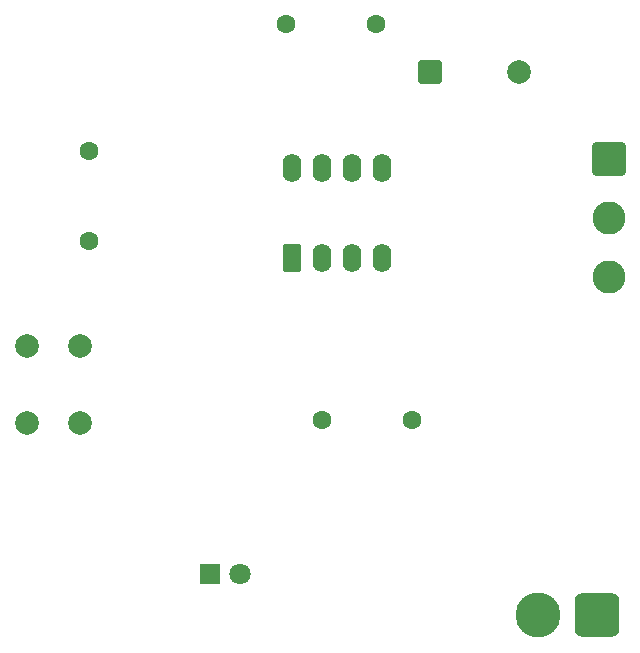
<source format=gbr>
%TF.GenerationSoftware,KiCad,Pcbnew,9.0.5*%
%TF.CreationDate,2025-10-25T15:36:59+02:00*%
%TF.ProjectId,Timmer-555-monostable,54696d6d-6572-42d3-9535-352d6d6f6e6f,rev?*%
%TF.SameCoordinates,Original*%
%TF.FileFunction,Copper,L1,Top*%
%TF.FilePolarity,Positive*%
%FSLAX46Y46*%
G04 Gerber Fmt 4.6, Leading zero omitted, Abs format (unit mm)*
G04 Created by KiCad (PCBNEW 9.0.5) date 2025-10-25 15:36:59*
%MOMM*%
%LPD*%
G01*
G04 APERTURE LIST*
G04 Aperture macros list*
%AMRoundRect*
0 Rectangle with rounded corners*
0 $1 Rounding radius*
0 $2 $3 $4 $5 $6 $7 $8 $9 X,Y pos of 4 corners*
0 Add a 4 corners polygon primitive as box body*
4,1,4,$2,$3,$4,$5,$6,$7,$8,$9,$2,$3,0*
0 Add four circle primitives for the rounded corners*
1,1,$1+$1,$2,$3*
1,1,$1+$1,$4,$5*
1,1,$1+$1,$6,$7*
1,1,$1+$1,$8,$9*
0 Add four rect primitives between the rounded corners*
20,1,$1+$1,$2,$3,$4,$5,0*
20,1,$1+$1,$4,$5,$6,$7,0*
20,1,$1+$1,$6,$7,$8,$9,0*
20,1,$1+$1,$8,$9,$2,$3,0*%
G04 Aperture macros list end*
%TA.AperFunction,ComponentPad*%
%ADD10C,1.600000*%
%TD*%
%TA.AperFunction,ComponentPad*%
%ADD11RoundRect,0.760000X1.140000X1.140000X-1.140000X1.140000X-1.140000X-1.140000X1.140000X-1.140000X0*%
%TD*%
%TA.AperFunction,ComponentPad*%
%ADD12C,3.800000*%
%TD*%
%TA.AperFunction,ComponentPad*%
%ADD13RoundRect,0.250000X-0.750000X-0.750000X0.750000X-0.750000X0.750000X0.750000X-0.750000X0.750000X0*%
%TD*%
%TA.AperFunction,ComponentPad*%
%ADD14C,2.000000*%
%TD*%
%TA.AperFunction,ComponentPad*%
%ADD15RoundRect,0.250001X-1.149999X1.149999X-1.149999X-1.149999X1.149999X-1.149999X1.149999X1.149999X0*%
%TD*%
%TA.AperFunction,ComponentPad*%
%ADD16C,2.800000*%
%TD*%
%TA.AperFunction,ComponentPad*%
%ADD17R,1.800000X1.800000*%
%TD*%
%TA.AperFunction,ComponentPad*%
%ADD18C,1.800000*%
%TD*%
%TA.AperFunction,ComponentPad*%
%ADD19RoundRect,0.250000X0.550000X-0.950000X0.550000X0.950000X-0.550000X0.950000X-0.550000X-0.950000X0*%
%TD*%
%TA.AperFunction,ComponentPad*%
%ADD20O,1.600000X2.400000*%
%TD*%
G04 APERTURE END LIST*
D10*
%TO.P,Rp1,1*%
%TO.N,Net-(SW0-C)*%
X102500000Y-37690000D03*
%TO.P,Rp1,2*%
%TO.N,TRG*%
X102500000Y-45310000D03*
%TD*%
%TO.P,RL1,1*%
%TO.N,Net-(U1-Q)*%
X122190000Y-60500000D03*
%TO.P,RL1,2*%
%TO.N,Net-(D1-A)*%
X129810000Y-60500000D03*
%TD*%
%TO.P,RA1,1*%
%TO.N,Net-(SW0-C)*%
X119190000Y-27000000D03*
%TO.P,RA1,2*%
%TO.N,THR*%
X126810000Y-27000000D03*
%TD*%
D11*
%TO.P,SOURCE_VCC1,1*%
%TO.N,Net-(SW0-B)*%
X145500000Y-77000000D03*
D12*
%TO.P,SOURCE_VCC1,2*%
%TO.N,GND*%
X140500000Y-77000000D03*
%TD*%
D13*
%TO.P,C1,1*%
%TO.N,THR*%
X131382323Y-31000000D03*
D14*
%TO.P,C1,2*%
%TO.N,GND*%
X138882323Y-31000000D03*
%TD*%
D15*
%TO.P,SW0,1,C*%
%TO.N,Net-(SW0-C)*%
X146500000Y-38420000D03*
D16*
%TO.P,SW0,2,B*%
%TO.N,Net-(SW0-B)*%
X146500000Y-43420000D03*
%TO.P,SW0,3,A*%
%TO.N,unconnected-(SW0-A-Pad3)*%
X146500000Y-48420000D03*
%TD*%
D17*
%TO.P,D1,1,K*%
%TO.N,GND*%
X112725000Y-73500000D03*
D18*
%TO.P,D1,2,A*%
%TO.N,Net-(D1-A)*%
X115265000Y-73500000D03*
%TD*%
D14*
%TO.P,S1,1,1*%
%TO.N,GND*%
X97250000Y-60750000D03*
X97250000Y-54250000D03*
%TO.P,S1,2,2*%
%TO.N,TRG*%
X101750000Y-60750000D03*
X101750000Y-54250000D03*
%TD*%
D19*
%TO.P,U1,1,GND*%
%TO.N,GND*%
X119690000Y-46810000D03*
D20*
%TO.P,U1,2,TR*%
%TO.N,TRG*%
X122230000Y-46810000D03*
%TO.P,U1,3,Q*%
%TO.N,Net-(U1-Q)*%
X124770000Y-46810000D03*
%TO.P,U1,4,R*%
%TO.N,unconnected-(U1-R-Pad4)*%
X127310000Y-46810000D03*
%TO.P,U1,5,CV*%
%TO.N,unconnected-(U1-CV-Pad5)*%
X127310000Y-39190000D03*
%TO.P,U1,6,THR*%
%TO.N,THR*%
X124770000Y-39190000D03*
%TO.P,U1,7,DIS*%
X122230000Y-39190000D03*
%TO.P,U1,8,VCC*%
%TO.N,Net-(SW0-C)*%
X119690000Y-39190000D03*
%TD*%
M02*

</source>
